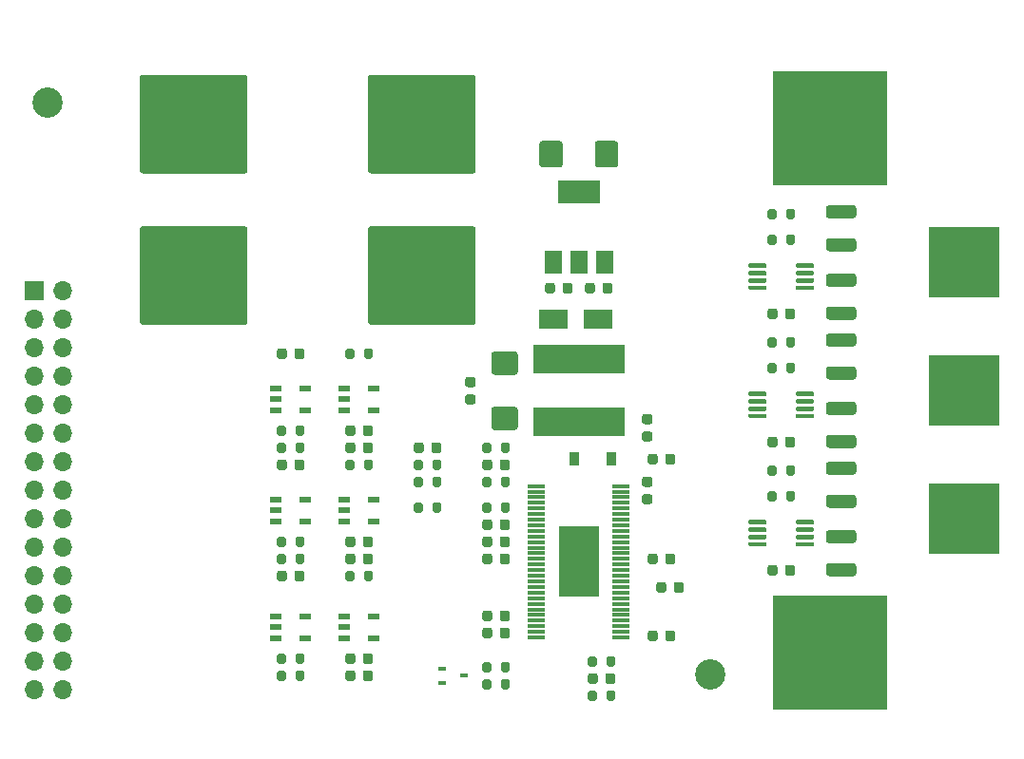
<source format=gts>
%TF.GenerationSoftware,KiCad,Pcbnew,(5.1.7-0-10_14)*%
%TF.CreationDate,2021-01-04T14:16:26+09:00*%
%TF.ProjectId,rotomdriver,726f746f-6d64-4726-9976-65722e6b6963,rev?*%
%TF.SameCoordinates,Original*%
%TF.FileFunction,Soldermask,Top*%
%TF.FilePolarity,Negative*%
%FSLAX46Y46*%
G04 Gerber Fmt 4.6, Leading zero omitted, Abs format (unit mm)*
G04 Created by KiCad (PCBNEW (5.1.7-0-10_14)) date 2021-01-04 14:16:26*
%MOMM*%
%LPD*%
G01*
G04 APERTURE LIST*
%ADD10C,2.700000*%
%ADD11C,1.143000*%
%ADD12R,10.160000X10.160000*%
%ADD13R,0.900000X1.200000*%
%ADD14R,2.500000X1.800000*%
%ADD15R,8.200000X2.600000*%
%ADD16R,6.350000X6.350000*%
%ADD17R,0.700000X0.450000*%
%ADD18R,1.104900X0.508000*%
%ADD19R,1.550000X0.300000*%
%ADD20R,3.610000X6.350000*%
%ADD21R,3.800000X2.000000*%
%ADD22R,1.500000X2.000000*%
%ADD23R,1.700000X1.700000*%
%ADD24O,1.700000X1.700000*%
G04 APERTURE END LIST*
D10*
%TO.C,REF\u002A\u002A*%
X62000000Y-54000000D03*
%TD*%
%TO.C,REF\u002A\u002A*%
X3000000Y-3000000D03*
%TD*%
%TO.C,U3*%
G36*
G01*
X67026000Y-42277000D02*
X67026000Y-42477000D01*
G75*
G02*
X66926000Y-42577000I-100000J0D01*
G01*
X65501000Y-42577000D01*
G75*
G02*
X65401000Y-42477000I0J100000D01*
G01*
X65401000Y-42277000D01*
G75*
G02*
X65501000Y-42177000I100000J0D01*
G01*
X66926000Y-42177000D01*
G75*
G02*
X67026000Y-42277000I0J-100000D01*
G01*
G37*
G36*
G01*
X67026000Y-41627000D02*
X67026000Y-41827000D01*
G75*
G02*
X66926000Y-41927000I-100000J0D01*
G01*
X65501000Y-41927000D01*
G75*
G02*
X65401000Y-41827000I0J100000D01*
G01*
X65401000Y-41627000D01*
G75*
G02*
X65501000Y-41527000I100000J0D01*
G01*
X66926000Y-41527000D01*
G75*
G02*
X67026000Y-41627000I0J-100000D01*
G01*
G37*
G36*
G01*
X67026000Y-40977000D02*
X67026000Y-41177000D01*
G75*
G02*
X66926000Y-41277000I-100000J0D01*
G01*
X65501000Y-41277000D01*
G75*
G02*
X65401000Y-41177000I0J100000D01*
G01*
X65401000Y-40977000D01*
G75*
G02*
X65501000Y-40877000I100000J0D01*
G01*
X66926000Y-40877000D01*
G75*
G02*
X67026000Y-40977000I0J-100000D01*
G01*
G37*
G36*
G01*
X67026000Y-40327000D02*
X67026000Y-40527000D01*
G75*
G02*
X66926000Y-40627000I-100000J0D01*
G01*
X65501000Y-40627000D01*
G75*
G02*
X65401000Y-40527000I0J100000D01*
G01*
X65401000Y-40327000D01*
G75*
G02*
X65501000Y-40227000I100000J0D01*
G01*
X66926000Y-40227000D01*
G75*
G02*
X67026000Y-40327000I0J-100000D01*
G01*
G37*
G36*
G01*
X71251000Y-40327000D02*
X71251000Y-40527000D01*
G75*
G02*
X71151000Y-40627000I-100000J0D01*
G01*
X69726000Y-40627000D01*
G75*
G02*
X69626000Y-40527000I0J100000D01*
G01*
X69626000Y-40327000D01*
G75*
G02*
X69726000Y-40227000I100000J0D01*
G01*
X71151000Y-40227000D01*
G75*
G02*
X71251000Y-40327000I0J-100000D01*
G01*
G37*
G36*
G01*
X71251000Y-40977000D02*
X71251000Y-41177000D01*
G75*
G02*
X71151000Y-41277000I-100000J0D01*
G01*
X69726000Y-41277000D01*
G75*
G02*
X69626000Y-41177000I0J100000D01*
G01*
X69626000Y-40977000D01*
G75*
G02*
X69726000Y-40877000I100000J0D01*
G01*
X71151000Y-40877000D01*
G75*
G02*
X71251000Y-40977000I0J-100000D01*
G01*
G37*
G36*
G01*
X71251000Y-41627000D02*
X71251000Y-41827000D01*
G75*
G02*
X71151000Y-41927000I-100000J0D01*
G01*
X69726000Y-41927000D01*
G75*
G02*
X69626000Y-41827000I0J100000D01*
G01*
X69626000Y-41627000D01*
G75*
G02*
X69726000Y-41527000I100000J0D01*
G01*
X71151000Y-41527000D01*
G75*
G02*
X71251000Y-41627000I0J-100000D01*
G01*
G37*
G36*
G01*
X71251000Y-42277000D02*
X71251000Y-42477000D01*
G75*
G02*
X71151000Y-42577000I-100000J0D01*
G01*
X69726000Y-42577000D01*
G75*
G02*
X69626000Y-42477000I0J100000D01*
G01*
X69626000Y-42277000D01*
G75*
G02*
X69726000Y-42177000I100000J0D01*
G01*
X71151000Y-42177000D01*
G75*
G02*
X71251000Y-42277000I0J-100000D01*
G01*
G37*
%TD*%
%TO.C,R9*%
G36*
G01*
X67901000Y-37825000D02*
X67901000Y-38375000D01*
G75*
G02*
X67701000Y-38575000I-200000J0D01*
G01*
X67301000Y-38575000D01*
G75*
G02*
X67101000Y-38375000I0J200000D01*
G01*
X67101000Y-37825000D01*
G75*
G02*
X67301000Y-37625000I200000J0D01*
G01*
X67701000Y-37625000D01*
G75*
G02*
X67901000Y-37825000I0J-200000D01*
G01*
G37*
G36*
G01*
X69551000Y-37825000D02*
X69551000Y-38375000D01*
G75*
G02*
X69351000Y-38575000I-200000J0D01*
G01*
X68951000Y-38575000D01*
G75*
G02*
X68751000Y-38375000I0J200000D01*
G01*
X68751000Y-37825000D01*
G75*
G02*
X68951000Y-37625000I200000J0D01*
G01*
X69351000Y-37625000D01*
G75*
G02*
X69551000Y-37825000I0J-200000D01*
G01*
G37*
%TD*%
%TO.C,R3*%
G36*
G01*
X67901000Y-35539000D02*
X67901000Y-36089000D01*
G75*
G02*
X67701000Y-36289000I-200000J0D01*
G01*
X67301000Y-36289000D01*
G75*
G02*
X67101000Y-36089000I0J200000D01*
G01*
X67101000Y-35539000D01*
G75*
G02*
X67301000Y-35339000I200000J0D01*
G01*
X67701000Y-35339000D01*
G75*
G02*
X67901000Y-35539000I0J-200000D01*
G01*
G37*
G36*
G01*
X69551000Y-35539000D02*
X69551000Y-36089000D01*
G75*
G02*
X69351000Y-36289000I-200000J0D01*
G01*
X68951000Y-36289000D01*
G75*
G02*
X68751000Y-36089000I0J200000D01*
G01*
X68751000Y-35539000D01*
G75*
G02*
X68951000Y-35339000I200000J0D01*
G01*
X69351000Y-35339000D01*
G75*
G02*
X69551000Y-35539000I0J-200000D01*
G01*
G37*
%TD*%
D11*
%TO.C,P5*%
X76454000Y-55880000D03*
X74549000Y-55880000D03*
X72644000Y-55880000D03*
X70739000Y-55880000D03*
X68834000Y-55880000D03*
X76454000Y-53975000D03*
X74549000Y-53975000D03*
X72644000Y-53975000D03*
X70739000Y-53975000D03*
X68834000Y-53975000D03*
X76454000Y-52070000D03*
X74549000Y-52070000D03*
X72644000Y-52070000D03*
X70739000Y-52070000D03*
X68834000Y-52070000D03*
X76454000Y-50165000D03*
X74549000Y-50165000D03*
X72644000Y-50165000D03*
X70739000Y-50165000D03*
X68834000Y-50165000D03*
X76454000Y-48260000D03*
X74549000Y-48260000D03*
X72644000Y-48260000D03*
X70739000Y-48260000D03*
X68834000Y-48260000D03*
D12*
X72644000Y-52070000D03*
%TD*%
%TO.C,C6*%
G36*
G01*
X74760001Y-42280000D02*
X72559999Y-42280000D01*
G75*
G02*
X72310000Y-42030001I0J249999D01*
G01*
X72310000Y-41379999D01*
G75*
G02*
X72559999Y-41130000I249999J0D01*
G01*
X74760001Y-41130000D01*
G75*
G02*
X75010000Y-41379999I0J-249999D01*
G01*
X75010000Y-42030001D01*
G75*
G02*
X74760001Y-42280000I-249999J0D01*
G01*
G37*
G36*
G01*
X74760001Y-45230000D02*
X72559999Y-45230000D01*
G75*
G02*
X72310000Y-44980001I0J249999D01*
G01*
X72310000Y-44329999D01*
G75*
G02*
X72559999Y-44080000I249999J0D01*
G01*
X74760001Y-44080000D01*
G75*
G02*
X75010000Y-44329999I0J-249999D01*
G01*
X75010000Y-44980001D01*
G75*
G02*
X74760001Y-45230000I-249999J0D01*
G01*
G37*
%TD*%
%TO.C,C5*%
G36*
G01*
X72559999Y-37984000D02*
X74760001Y-37984000D01*
G75*
G02*
X75010000Y-38233999I0J-249999D01*
G01*
X75010000Y-38884001D01*
G75*
G02*
X74760001Y-39134000I-249999J0D01*
G01*
X72559999Y-39134000D01*
G75*
G02*
X72310000Y-38884001I0J249999D01*
G01*
X72310000Y-38233999D01*
G75*
G02*
X72559999Y-37984000I249999J0D01*
G01*
G37*
G36*
G01*
X72559999Y-35034000D02*
X74760001Y-35034000D01*
G75*
G02*
X75010000Y-35283999I0J-249999D01*
G01*
X75010000Y-35934001D01*
G75*
G02*
X74760001Y-36184000I-249999J0D01*
G01*
X72559999Y-36184000D01*
G75*
G02*
X72310000Y-35934001I0J249999D01*
G01*
X72310000Y-35283999D01*
G75*
G02*
X72559999Y-35034000I249999J0D01*
G01*
G37*
%TD*%
D11*
%TO.C,P1*%
X76454000Y-9144000D03*
X74549000Y-9144000D03*
X72644000Y-9144000D03*
X70739000Y-9144000D03*
X68834000Y-9144000D03*
X76454000Y-7239000D03*
X74549000Y-7239000D03*
X72644000Y-7239000D03*
X70739000Y-7239000D03*
X68834000Y-7239000D03*
X76454000Y-5334000D03*
X74549000Y-5334000D03*
X72644000Y-5334000D03*
X70739000Y-5334000D03*
X68834000Y-5334000D03*
X76454000Y-3429000D03*
X74549000Y-3429000D03*
X72644000Y-3429000D03*
X70739000Y-3429000D03*
X68834000Y-3429000D03*
X76454000Y-1524000D03*
X74549000Y-1524000D03*
X72644000Y-1524000D03*
X70739000Y-1524000D03*
X68834000Y-1524000D03*
D12*
X72644000Y-5334000D03*
%TD*%
%TO.C,C1*%
G36*
G01*
X72559999Y-12174000D02*
X74760001Y-12174000D01*
G75*
G02*
X75010000Y-12423999I0J-249999D01*
G01*
X75010000Y-13074001D01*
G75*
G02*
X74760001Y-13324000I-249999J0D01*
G01*
X72559999Y-13324000D01*
G75*
G02*
X72310000Y-13074001I0J249999D01*
G01*
X72310000Y-12423999D01*
G75*
G02*
X72559999Y-12174000I249999J0D01*
G01*
G37*
G36*
G01*
X72559999Y-15124000D02*
X74760001Y-15124000D01*
G75*
G02*
X75010000Y-15373999I0J-249999D01*
G01*
X75010000Y-16024001D01*
G75*
G02*
X74760001Y-16274000I-249999J0D01*
G01*
X72559999Y-16274000D01*
G75*
G02*
X72310000Y-16024001I0J249999D01*
G01*
X72310000Y-15373999D01*
G75*
G02*
X72559999Y-15124000I249999J0D01*
G01*
G37*
%TD*%
%TO.C,C2*%
G36*
G01*
X74760001Y-19420000D02*
X72559999Y-19420000D01*
G75*
G02*
X72310000Y-19170001I0J249999D01*
G01*
X72310000Y-18519999D01*
G75*
G02*
X72559999Y-18270000I249999J0D01*
G01*
X74760001Y-18270000D01*
G75*
G02*
X75010000Y-18519999I0J-249999D01*
G01*
X75010000Y-19170001D01*
G75*
G02*
X74760001Y-19420000I-249999J0D01*
G01*
G37*
G36*
G01*
X74760001Y-22370000D02*
X72559999Y-22370000D01*
G75*
G02*
X72310000Y-22120001I0J249999D01*
G01*
X72310000Y-21469999D01*
G75*
G02*
X72559999Y-21220000I249999J0D01*
G01*
X74760001Y-21220000D01*
G75*
G02*
X75010000Y-21469999I0J-249999D01*
G01*
X75010000Y-22120001D01*
G75*
G02*
X74760001Y-22370000I-249999J0D01*
G01*
G37*
%TD*%
%TO.C,C3*%
G36*
G01*
X72559999Y-23604000D02*
X74760001Y-23604000D01*
G75*
G02*
X75010000Y-23853999I0J-249999D01*
G01*
X75010000Y-24504001D01*
G75*
G02*
X74760001Y-24754000I-249999J0D01*
G01*
X72559999Y-24754000D01*
G75*
G02*
X72310000Y-24504001I0J249999D01*
G01*
X72310000Y-23853999D01*
G75*
G02*
X72559999Y-23604000I249999J0D01*
G01*
G37*
G36*
G01*
X72559999Y-26554000D02*
X74760001Y-26554000D01*
G75*
G02*
X75010000Y-26803999I0J-249999D01*
G01*
X75010000Y-27454001D01*
G75*
G02*
X74760001Y-27704000I-249999J0D01*
G01*
X72559999Y-27704000D01*
G75*
G02*
X72310000Y-27454001I0J249999D01*
G01*
X72310000Y-26803999D01*
G75*
G02*
X72559999Y-26554000I249999J0D01*
G01*
G37*
%TD*%
%TO.C,C4*%
G36*
G01*
X74760001Y-30850000D02*
X72559999Y-30850000D01*
G75*
G02*
X72310000Y-30600001I0J249999D01*
G01*
X72310000Y-29949999D01*
G75*
G02*
X72559999Y-29700000I249999J0D01*
G01*
X74760001Y-29700000D01*
G75*
G02*
X75010000Y-29949999I0J-249999D01*
G01*
X75010000Y-30600001D01*
G75*
G02*
X74760001Y-30850000I-249999J0D01*
G01*
G37*
G36*
G01*
X74760001Y-33800000D02*
X72559999Y-33800000D01*
G75*
G02*
X72310000Y-33550001I0J249999D01*
G01*
X72310000Y-32899999D01*
G75*
G02*
X72559999Y-32650000I249999J0D01*
G01*
X74760001Y-32650000D01*
G75*
G02*
X75010000Y-32899999I0J-249999D01*
G01*
X75010000Y-33550001D01*
G75*
G02*
X74760001Y-33800000I-249999J0D01*
G01*
G37*
%TD*%
%TO.C,C7*%
G36*
G01*
X67101000Y-22094000D02*
X67101000Y-21594000D01*
G75*
G02*
X67326000Y-21369000I225000J0D01*
G01*
X67776000Y-21369000D01*
G75*
G02*
X68001000Y-21594000I0J-225000D01*
G01*
X68001000Y-22094000D01*
G75*
G02*
X67776000Y-22319000I-225000J0D01*
G01*
X67326000Y-22319000D01*
G75*
G02*
X67101000Y-22094000I0J225000D01*
G01*
G37*
G36*
G01*
X68651000Y-22094000D02*
X68651000Y-21594000D01*
G75*
G02*
X68876000Y-21369000I225000J0D01*
G01*
X69326000Y-21369000D01*
G75*
G02*
X69551000Y-21594000I0J-225000D01*
G01*
X69551000Y-22094000D01*
G75*
G02*
X69326000Y-22319000I-225000J0D01*
G01*
X68876000Y-22319000D01*
G75*
G02*
X68651000Y-22094000I0J225000D01*
G01*
G37*
%TD*%
%TO.C,C8*%
G36*
G01*
X68651000Y-33524000D02*
X68651000Y-33024000D01*
G75*
G02*
X68876000Y-32799000I225000J0D01*
G01*
X69326000Y-32799000D01*
G75*
G02*
X69551000Y-33024000I0J-225000D01*
G01*
X69551000Y-33524000D01*
G75*
G02*
X69326000Y-33749000I-225000J0D01*
G01*
X68876000Y-33749000D01*
G75*
G02*
X68651000Y-33524000I0J225000D01*
G01*
G37*
G36*
G01*
X67101000Y-33524000D02*
X67101000Y-33024000D01*
G75*
G02*
X67326000Y-32799000I225000J0D01*
G01*
X67776000Y-32799000D01*
G75*
G02*
X68001000Y-33024000I0J-225000D01*
G01*
X68001000Y-33524000D01*
G75*
G02*
X67776000Y-33749000I-225000J0D01*
G01*
X67326000Y-33749000D01*
G75*
G02*
X67101000Y-33524000I0J225000D01*
G01*
G37*
%TD*%
%TO.C,C9*%
G36*
G01*
X68651000Y-44954000D02*
X68651000Y-44454000D01*
G75*
G02*
X68876000Y-44229000I225000J0D01*
G01*
X69326000Y-44229000D01*
G75*
G02*
X69551000Y-44454000I0J-225000D01*
G01*
X69551000Y-44954000D01*
G75*
G02*
X69326000Y-45179000I-225000J0D01*
G01*
X68876000Y-45179000D01*
G75*
G02*
X68651000Y-44954000I0J225000D01*
G01*
G37*
G36*
G01*
X67101000Y-44954000D02*
X67101000Y-44454000D01*
G75*
G02*
X67326000Y-44229000I225000J0D01*
G01*
X67776000Y-44229000D01*
G75*
G02*
X68001000Y-44454000I0J-225000D01*
G01*
X68001000Y-44954000D01*
G75*
G02*
X67776000Y-45179000I-225000J0D01*
G01*
X67326000Y-45179000D01*
G75*
G02*
X67101000Y-44954000I0J225000D01*
G01*
G37*
%TD*%
%TO.C,C10*%
G36*
G01*
X31059000Y-32508000D02*
X31059000Y-32008000D01*
G75*
G02*
X31284000Y-31783000I225000J0D01*
G01*
X31734000Y-31783000D01*
G75*
G02*
X31959000Y-32008000I0J-225000D01*
G01*
X31959000Y-32508000D01*
G75*
G02*
X31734000Y-32733000I-225000J0D01*
G01*
X31284000Y-32733000D01*
G75*
G02*
X31059000Y-32508000I0J225000D01*
G01*
G37*
G36*
G01*
X29509000Y-32508000D02*
X29509000Y-32008000D01*
G75*
G02*
X29734000Y-31783000I225000J0D01*
G01*
X30184000Y-31783000D01*
G75*
G02*
X30409000Y-32008000I0J-225000D01*
G01*
X30409000Y-32508000D01*
G75*
G02*
X30184000Y-32733000I-225000J0D01*
G01*
X29734000Y-32733000D01*
G75*
G02*
X29509000Y-32508000I0J225000D01*
G01*
G37*
%TD*%
%TO.C,C11*%
G36*
G01*
X29509000Y-42414000D02*
X29509000Y-41914000D01*
G75*
G02*
X29734000Y-41689000I225000J0D01*
G01*
X30184000Y-41689000D01*
G75*
G02*
X30409000Y-41914000I0J-225000D01*
G01*
X30409000Y-42414000D01*
G75*
G02*
X30184000Y-42639000I-225000J0D01*
G01*
X29734000Y-42639000D01*
G75*
G02*
X29509000Y-42414000I0J225000D01*
G01*
G37*
G36*
G01*
X31059000Y-42414000D02*
X31059000Y-41914000D01*
G75*
G02*
X31284000Y-41689000I225000J0D01*
G01*
X31734000Y-41689000D01*
G75*
G02*
X31959000Y-41914000I0J-225000D01*
G01*
X31959000Y-42414000D01*
G75*
G02*
X31734000Y-42639000I-225000J0D01*
G01*
X31284000Y-42639000D01*
G75*
G02*
X31059000Y-42414000I0J225000D01*
G01*
G37*
%TD*%
%TO.C,C12*%
G36*
G01*
X29509000Y-52828000D02*
X29509000Y-52328000D01*
G75*
G02*
X29734000Y-52103000I225000J0D01*
G01*
X30184000Y-52103000D01*
G75*
G02*
X30409000Y-52328000I0J-225000D01*
G01*
X30409000Y-52828000D01*
G75*
G02*
X30184000Y-53053000I-225000J0D01*
G01*
X29734000Y-53053000D01*
G75*
G02*
X29509000Y-52828000I0J225000D01*
G01*
G37*
G36*
G01*
X31059000Y-52828000D02*
X31059000Y-52328000D01*
G75*
G02*
X31284000Y-52103000I225000J0D01*
G01*
X31734000Y-52103000D01*
G75*
G02*
X31959000Y-52328000I0J-225000D01*
G01*
X31959000Y-52828000D01*
G75*
G02*
X31734000Y-53053000I-225000J0D01*
G01*
X31284000Y-53053000D01*
G75*
G02*
X31059000Y-52828000I0J225000D01*
G01*
G37*
%TD*%
%TO.C,C13*%
G36*
G01*
X29509000Y-34032000D02*
X29509000Y-33532000D01*
G75*
G02*
X29734000Y-33307000I225000J0D01*
G01*
X30184000Y-33307000D01*
G75*
G02*
X30409000Y-33532000I0J-225000D01*
G01*
X30409000Y-34032000D01*
G75*
G02*
X30184000Y-34257000I-225000J0D01*
G01*
X29734000Y-34257000D01*
G75*
G02*
X29509000Y-34032000I0J225000D01*
G01*
G37*
G36*
G01*
X31059000Y-34032000D02*
X31059000Y-33532000D01*
G75*
G02*
X31284000Y-33307000I225000J0D01*
G01*
X31734000Y-33307000D01*
G75*
G02*
X31959000Y-33532000I0J-225000D01*
G01*
X31959000Y-34032000D01*
G75*
G02*
X31734000Y-34257000I-225000J0D01*
G01*
X31284000Y-34257000D01*
G75*
G02*
X31059000Y-34032000I0J225000D01*
G01*
G37*
%TD*%
%TO.C,C14*%
G36*
G01*
X31059000Y-43938000D02*
X31059000Y-43438000D01*
G75*
G02*
X31284000Y-43213000I225000J0D01*
G01*
X31734000Y-43213000D01*
G75*
G02*
X31959000Y-43438000I0J-225000D01*
G01*
X31959000Y-43938000D01*
G75*
G02*
X31734000Y-44163000I-225000J0D01*
G01*
X31284000Y-44163000D01*
G75*
G02*
X31059000Y-43938000I0J225000D01*
G01*
G37*
G36*
G01*
X29509000Y-43938000D02*
X29509000Y-43438000D01*
G75*
G02*
X29734000Y-43213000I225000J0D01*
G01*
X30184000Y-43213000D01*
G75*
G02*
X30409000Y-43438000I0J-225000D01*
G01*
X30409000Y-43938000D01*
G75*
G02*
X30184000Y-44163000I-225000J0D01*
G01*
X29734000Y-44163000D01*
G75*
G02*
X29509000Y-43938000I0J225000D01*
G01*
G37*
%TD*%
%TO.C,C15*%
G36*
G01*
X31059000Y-54352000D02*
X31059000Y-53852000D01*
G75*
G02*
X31284000Y-53627000I225000J0D01*
G01*
X31734000Y-53627000D01*
G75*
G02*
X31959000Y-53852000I0J-225000D01*
G01*
X31959000Y-54352000D01*
G75*
G02*
X31734000Y-54577000I-225000J0D01*
G01*
X31284000Y-54577000D01*
G75*
G02*
X31059000Y-54352000I0J225000D01*
G01*
G37*
G36*
G01*
X29509000Y-54352000D02*
X29509000Y-53852000D01*
G75*
G02*
X29734000Y-53627000I225000J0D01*
G01*
X30184000Y-53627000D01*
G75*
G02*
X30409000Y-53852000I0J-225000D01*
G01*
X30409000Y-54352000D01*
G75*
G02*
X30184000Y-54577000I-225000J0D01*
G01*
X29734000Y-54577000D01*
G75*
G02*
X29509000Y-54352000I0J225000D01*
G01*
G37*
%TD*%
%TO.C,C16*%
G36*
G01*
X31771999Y-14034000D02*
X40872001Y-14034000D01*
G75*
G02*
X41122000Y-14283999I0J-249999D01*
G01*
X41122000Y-22584001D01*
G75*
G02*
X40872001Y-22834000I-249999J0D01*
G01*
X31771999Y-22834000D01*
G75*
G02*
X31522000Y-22584001I0J249999D01*
G01*
X31522000Y-14283999D01*
G75*
G02*
X31771999Y-14034000I249999J0D01*
G01*
G37*
G36*
G01*
X31771999Y-534000D02*
X40872001Y-534000D01*
G75*
G02*
X41122000Y-783999I0J-249999D01*
G01*
X41122000Y-9084001D01*
G75*
G02*
X40872001Y-9334000I-249999J0D01*
G01*
X31771999Y-9334000D01*
G75*
G02*
X31522000Y-9084001I0J249999D01*
G01*
X31522000Y-783999D01*
G75*
G02*
X31771999Y-534000I249999J0D01*
G01*
G37*
%TD*%
%TO.C,C17*%
G36*
G01*
X11451999Y-534000D02*
X20552001Y-534000D01*
G75*
G02*
X20802000Y-783999I0J-249999D01*
G01*
X20802000Y-9084001D01*
G75*
G02*
X20552001Y-9334000I-249999J0D01*
G01*
X11451999Y-9334000D01*
G75*
G02*
X11202000Y-9084001I0J249999D01*
G01*
X11202000Y-783999D01*
G75*
G02*
X11451999Y-534000I249999J0D01*
G01*
G37*
G36*
G01*
X11451999Y-14034000D02*
X20552001Y-14034000D01*
G75*
G02*
X20802000Y-14283999I0J-249999D01*
G01*
X20802000Y-22584001D01*
G75*
G02*
X20552001Y-22834000I-249999J0D01*
G01*
X11451999Y-22834000D01*
G75*
G02*
X11202000Y-22584001I0J249999D01*
G01*
X11202000Y-14283999D01*
G75*
G02*
X11451999Y-14034000I249999J0D01*
G01*
G37*
%TD*%
%TO.C,C18*%
G36*
G01*
X53549000Y-54106000D02*
X53549000Y-54606000D01*
G75*
G02*
X53324000Y-54831000I-225000J0D01*
G01*
X52874000Y-54831000D01*
G75*
G02*
X52649000Y-54606000I0J225000D01*
G01*
X52649000Y-54106000D01*
G75*
G02*
X52874000Y-53881000I225000J0D01*
G01*
X53324000Y-53881000D01*
G75*
G02*
X53549000Y-54106000I0J-225000D01*
G01*
G37*
G36*
G01*
X51999000Y-54106000D02*
X51999000Y-54606000D01*
G75*
G02*
X51774000Y-54831000I-225000J0D01*
G01*
X51324000Y-54831000D01*
G75*
G02*
X51099000Y-54606000I0J225000D01*
G01*
X51099000Y-54106000D01*
G75*
G02*
X51324000Y-53881000I225000J0D01*
G01*
X51774000Y-53881000D01*
G75*
G02*
X51999000Y-54106000I0J-225000D01*
G01*
G37*
%TD*%
%TO.C,C19*%
G36*
G01*
X35605000Y-34032000D02*
X35605000Y-33532000D01*
G75*
G02*
X35830000Y-33307000I225000J0D01*
G01*
X36280000Y-33307000D01*
G75*
G02*
X36505000Y-33532000I0J-225000D01*
G01*
X36505000Y-34032000D01*
G75*
G02*
X36280000Y-34257000I-225000J0D01*
G01*
X35830000Y-34257000D01*
G75*
G02*
X35605000Y-34032000I0J225000D01*
G01*
G37*
G36*
G01*
X37155000Y-34032000D02*
X37155000Y-33532000D01*
G75*
G02*
X37380000Y-33307000I225000J0D01*
G01*
X37830000Y-33307000D01*
G75*
G02*
X38055000Y-33532000I0J-225000D01*
G01*
X38055000Y-34032000D01*
G75*
G02*
X37830000Y-34257000I-225000J0D01*
G01*
X37380000Y-34257000D01*
G75*
G02*
X37155000Y-34032000I0J225000D01*
G01*
G37*
%TD*%
%TO.C,C20*%
G36*
G01*
X56638000Y-33229000D02*
X56138000Y-33229000D01*
G75*
G02*
X55913000Y-33004000I0J225000D01*
G01*
X55913000Y-32554000D01*
G75*
G02*
X56138000Y-32329000I225000J0D01*
G01*
X56638000Y-32329000D01*
G75*
G02*
X56863000Y-32554000I0J-225000D01*
G01*
X56863000Y-33004000D01*
G75*
G02*
X56638000Y-33229000I-225000J0D01*
G01*
G37*
G36*
G01*
X56638000Y-31679000D02*
X56138000Y-31679000D01*
G75*
G02*
X55913000Y-31454000I0J225000D01*
G01*
X55913000Y-31004000D01*
G75*
G02*
X56138000Y-30779000I225000J0D01*
G01*
X56638000Y-30779000D01*
G75*
G02*
X56863000Y-31004000I0J-225000D01*
G01*
X56863000Y-31454000D01*
G75*
G02*
X56638000Y-31679000I-225000J0D01*
G01*
G37*
%TD*%
%TO.C,C21*%
G36*
G01*
X43251000Y-35556000D02*
X43251000Y-35056000D01*
G75*
G02*
X43476000Y-34831000I225000J0D01*
G01*
X43926000Y-34831000D01*
G75*
G02*
X44151000Y-35056000I0J-225000D01*
G01*
X44151000Y-35556000D01*
G75*
G02*
X43926000Y-35781000I-225000J0D01*
G01*
X43476000Y-35781000D01*
G75*
G02*
X43251000Y-35556000I0J225000D01*
G01*
G37*
G36*
G01*
X41701000Y-35556000D02*
X41701000Y-35056000D01*
G75*
G02*
X41926000Y-34831000I225000J0D01*
G01*
X42376000Y-34831000D01*
G75*
G02*
X42601000Y-35056000I0J-225000D01*
G01*
X42601000Y-35556000D01*
G75*
G02*
X42376000Y-35781000I-225000J0D01*
G01*
X41926000Y-35781000D01*
G75*
G02*
X41701000Y-35556000I0J225000D01*
G01*
G37*
%TD*%
%TO.C,C22*%
G36*
G01*
X56638000Y-37267000D02*
X56138000Y-37267000D01*
G75*
G02*
X55913000Y-37042000I0J225000D01*
G01*
X55913000Y-36592000D01*
G75*
G02*
X56138000Y-36367000I225000J0D01*
G01*
X56638000Y-36367000D01*
G75*
G02*
X56863000Y-36592000I0J-225000D01*
G01*
X56863000Y-37042000D01*
G75*
G02*
X56638000Y-37267000I-225000J0D01*
G01*
G37*
G36*
G01*
X56638000Y-38817000D02*
X56138000Y-38817000D01*
G75*
G02*
X55913000Y-38592000I0J225000D01*
G01*
X55913000Y-38142000D01*
G75*
G02*
X56138000Y-37917000I225000J0D01*
G01*
X56638000Y-37917000D01*
G75*
G02*
X56863000Y-38142000I0J-225000D01*
G01*
X56863000Y-38592000D01*
G75*
G02*
X56638000Y-38817000I-225000J0D01*
G01*
G37*
%TD*%
%TO.C,C23*%
G36*
G01*
X40390000Y-29027000D02*
X40890000Y-29027000D01*
G75*
G02*
X41115000Y-29252000I0J-225000D01*
G01*
X41115000Y-29702000D01*
G75*
G02*
X40890000Y-29927000I-225000J0D01*
G01*
X40390000Y-29927000D01*
G75*
G02*
X40165000Y-29702000I0J225000D01*
G01*
X40165000Y-29252000D01*
G75*
G02*
X40390000Y-29027000I225000J0D01*
G01*
G37*
G36*
G01*
X40390000Y-27477000D02*
X40890000Y-27477000D01*
G75*
G02*
X41115000Y-27702000I0J-225000D01*
G01*
X41115000Y-28152000D01*
G75*
G02*
X40890000Y-28377000I-225000J0D01*
G01*
X40390000Y-28377000D01*
G75*
G02*
X40165000Y-28152000I0J225000D01*
G01*
X40165000Y-27702000D01*
G75*
G02*
X40390000Y-27477000I225000J0D01*
G01*
G37*
%TD*%
%TO.C,C24*%
G36*
G01*
X42763000Y-30127000D02*
X44613000Y-30127000D01*
G75*
G02*
X44863000Y-30377000I0J-250000D01*
G01*
X44863000Y-31952000D01*
G75*
G02*
X44613000Y-32202000I-250000J0D01*
G01*
X42763000Y-32202000D01*
G75*
G02*
X42513000Y-31952000I0J250000D01*
G01*
X42513000Y-30377000D01*
G75*
G02*
X42763000Y-30127000I250000J0D01*
G01*
G37*
G36*
G01*
X42763000Y-25202000D02*
X44613000Y-25202000D01*
G75*
G02*
X44863000Y-25452000I0J-250000D01*
G01*
X44863000Y-27027000D01*
G75*
G02*
X44613000Y-27277000I-250000J0D01*
G01*
X42763000Y-27277000D01*
G75*
G02*
X42513000Y-27027000I0J250000D01*
G01*
X42513000Y-25452000D01*
G75*
G02*
X42763000Y-25202000I250000J0D01*
G01*
G37*
%TD*%
%TO.C,C25*%
G36*
G01*
X56433000Y-35048000D02*
X56433000Y-34548000D01*
G75*
G02*
X56658000Y-34323000I225000J0D01*
G01*
X57108000Y-34323000D01*
G75*
G02*
X57333000Y-34548000I0J-225000D01*
G01*
X57333000Y-35048000D01*
G75*
G02*
X57108000Y-35273000I-225000J0D01*
G01*
X56658000Y-35273000D01*
G75*
G02*
X56433000Y-35048000I0J225000D01*
G01*
G37*
G36*
G01*
X57983000Y-35048000D02*
X57983000Y-34548000D01*
G75*
G02*
X58208000Y-34323000I225000J0D01*
G01*
X58658000Y-34323000D01*
G75*
G02*
X58883000Y-34548000I0J-225000D01*
G01*
X58883000Y-35048000D01*
G75*
G02*
X58658000Y-35273000I-225000J0D01*
G01*
X58208000Y-35273000D01*
G75*
G02*
X57983000Y-35048000I0J225000D01*
G01*
G37*
%TD*%
%TO.C,C26*%
G36*
G01*
X44151000Y-43438000D02*
X44151000Y-43938000D01*
G75*
G02*
X43926000Y-44163000I-225000J0D01*
G01*
X43476000Y-44163000D01*
G75*
G02*
X43251000Y-43938000I0J225000D01*
G01*
X43251000Y-43438000D01*
G75*
G02*
X43476000Y-43213000I225000J0D01*
G01*
X43926000Y-43213000D01*
G75*
G02*
X44151000Y-43438000I0J-225000D01*
G01*
G37*
G36*
G01*
X42601000Y-43438000D02*
X42601000Y-43938000D01*
G75*
G02*
X42376000Y-44163000I-225000J0D01*
G01*
X41926000Y-44163000D01*
G75*
G02*
X41701000Y-43938000I0J225000D01*
G01*
X41701000Y-43438000D01*
G75*
G02*
X41926000Y-43213000I225000J0D01*
G01*
X42376000Y-43213000D01*
G75*
G02*
X42601000Y-43438000I0J-225000D01*
G01*
G37*
%TD*%
%TO.C,C27*%
G36*
G01*
X56433000Y-43938000D02*
X56433000Y-43438000D01*
G75*
G02*
X56658000Y-43213000I225000J0D01*
G01*
X57108000Y-43213000D01*
G75*
G02*
X57333000Y-43438000I0J-225000D01*
G01*
X57333000Y-43938000D01*
G75*
G02*
X57108000Y-44163000I-225000J0D01*
G01*
X56658000Y-44163000D01*
G75*
G02*
X56433000Y-43938000I0J225000D01*
G01*
G37*
G36*
G01*
X57983000Y-43938000D02*
X57983000Y-43438000D01*
G75*
G02*
X58208000Y-43213000I225000J0D01*
G01*
X58658000Y-43213000D01*
G75*
G02*
X58883000Y-43438000I0J-225000D01*
G01*
X58883000Y-43938000D01*
G75*
G02*
X58658000Y-44163000I-225000J0D01*
G01*
X58208000Y-44163000D01*
G75*
G02*
X57983000Y-43938000I0J225000D01*
G01*
G37*
%TD*%
%TO.C,C28*%
G36*
G01*
X44151000Y-41914000D02*
X44151000Y-42414000D01*
G75*
G02*
X43926000Y-42639000I-225000J0D01*
G01*
X43476000Y-42639000D01*
G75*
G02*
X43251000Y-42414000I0J225000D01*
G01*
X43251000Y-41914000D01*
G75*
G02*
X43476000Y-41689000I225000J0D01*
G01*
X43926000Y-41689000D01*
G75*
G02*
X44151000Y-41914000I0J-225000D01*
G01*
G37*
G36*
G01*
X42601000Y-41914000D02*
X42601000Y-42414000D01*
G75*
G02*
X42376000Y-42639000I-225000J0D01*
G01*
X41926000Y-42639000D01*
G75*
G02*
X41701000Y-42414000I0J225000D01*
G01*
X41701000Y-41914000D01*
G75*
G02*
X41926000Y-41689000I225000J0D01*
G01*
X42376000Y-41689000D01*
G75*
G02*
X42601000Y-41914000I0J-225000D01*
G01*
G37*
%TD*%
%TO.C,C29*%
G36*
G01*
X42601000Y-40390000D02*
X42601000Y-40890000D01*
G75*
G02*
X42376000Y-41115000I-225000J0D01*
G01*
X41926000Y-41115000D01*
G75*
G02*
X41701000Y-40890000I0J225000D01*
G01*
X41701000Y-40390000D01*
G75*
G02*
X41926000Y-40165000I225000J0D01*
G01*
X42376000Y-40165000D01*
G75*
G02*
X42601000Y-40390000I0J-225000D01*
G01*
G37*
G36*
G01*
X44151000Y-40390000D02*
X44151000Y-40890000D01*
G75*
G02*
X43926000Y-41115000I-225000J0D01*
G01*
X43476000Y-41115000D01*
G75*
G02*
X43251000Y-40890000I0J225000D01*
G01*
X43251000Y-40390000D01*
G75*
G02*
X43476000Y-40165000I225000J0D01*
G01*
X43926000Y-40165000D01*
G75*
G02*
X44151000Y-40390000I0J-225000D01*
G01*
G37*
%TD*%
%TO.C,C30*%
G36*
G01*
X58745000Y-46478000D02*
X58745000Y-45978000D01*
G75*
G02*
X58970000Y-45753000I225000J0D01*
G01*
X59420000Y-45753000D01*
G75*
G02*
X59645000Y-45978000I0J-225000D01*
G01*
X59645000Y-46478000D01*
G75*
G02*
X59420000Y-46703000I-225000J0D01*
G01*
X58970000Y-46703000D01*
G75*
G02*
X58745000Y-46478000I0J225000D01*
G01*
G37*
G36*
G01*
X57195000Y-46478000D02*
X57195000Y-45978000D01*
G75*
G02*
X57420000Y-45753000I225000J0D01*
G01*
X57870000Y-45753000D01*
G75*
G02*
X58095000Y-45978000I0J-225000D01*
G01*
X58095000Y-46478000D01*
G75*
G02*
X57870000Y-46703000I-225000J0D01*
G01*
X57420000Y-46703000D01*
G75*
G02*
X57195000Y-46478000I0J225000D01*
G01*
G37*
%TD*%
%TO.C,C31*%
G36*
G01*
X42601000Y-48518000D02*
X42601000Y-49018000D01*
G75*
G02*
X42376000Y-49243000I-225000J0D01*
G01*
X41926000Y-49243000D01*
G75*
G02*
X41701000Y-49018000I0J225000D01*
G01*
X41701000Y-48518000D01*
G75*
G02*
X41926000Y-48293000I225000J0D01*
G01*
X42376000Y-48293000D01*
G75*
G02*
X42601000Y-48518000I0J-225000D01*
G01*
G37*
G36*
G01*
X44151000Y-48518000D02*
X44151000Y-49018000D01*
G75*
G02*
X43926000Y-49243000I-225000J0D01*
G01*
X43476000Y-49243000D01*
G75*
G02*
X43251000Y-49018000I0J225000D01*
G01*
X43251000Y-48518000D01*
G75*
G02*
X43476000Y-48293000I225000J0D01*
G01*
X43926000Y-48293000D01*
G75*
G02*
X44151000Y-48518000I0J-225000D01*
G01*
G37*
%TD*%
%TO.C,C32*%
G36*
G01*
X44151000Y-50042000D02*
X44151000Y-50542000D01*
G75*
G02*
X43926000Y-50767000I-225000J0D01*
G01*
X43476000Y-50767000D01*
G75*
G02*
X43251000Y-50542000I0J225000D01*
G01*
X43251000Y-50042000D01*
G75*
G02*
X43476000Y-49817000I225000J0D01*
G01*
X43926000Y-49817000D01*
G75*
G02*
X44151000Y-50042000I0J-225000D01*
G01*
G37*
G36*
G01*
X42601000Y-50042000D02*
X42601000Y-50542000D01*
G75*
G02*
X42376000Y-50767000I-225000J0D01*
G01*
X41926000Y-50767000D01*
G75*
G02*
X41701000Y-50542000I0J225000D01*
G01*
X41701000Y-50042000D01*
G75*
G02*
X41926000Y-49817000I225000J0D01*
G01*
X42376000Y-49817000D01*
G75*
G02*
X42601000Y-50042000I0J-225000D01*
G01*
G37*
%TD*%
%TO.C,C33*%
G36*
G01*
X57983000Y-50796000D02*
X57983000Y-50296000D01*
G75*
G02*
X58208000Y-50071000I225000J0D01*
G01*
X58658000Y-50071000D01*
G75*
G02*
X58883000Y-50296000I0J-225000D01*
G01*
X58883000Y-50796000D01*
G75*
G02*
X58658000Y-51021000I-225000J0D01*
G01*
X58208000Y-51021000D01*
G75*
G02*
X57983000Y-50796000I0J225000D01*
G01*
G37*
G36*
G01*
X56433000Y-50796000D02*
X56433000Y-50296000D01*
G75*
G02*
X56658000Y-50071000I225000J0D01*
G01*
X57108000Y-50071000D01*
G75*
G02*
X57333000Y-50296000I0J-225000D01*
G01*
X57333000Y-50796000D01*
G75*
G02*
X57108000Y-51021000I-225000J0D01*
G01*
X56658000Y-51021000D01*
G75*
G02*
X56433000Y-50796000I0J225000D01*
G01*
G37*
%TD*%
%TO.C,C34*%
G36*
G01*
X50845000Y-19808000D02*
X50845000Y-19308000D01*
G75*
G02*
X51070000Y-19083000I225000J0D01*
G01*
X51520000Y-19083000D01*
G75*
G02*
X51745000Y-19308000I0J-225000D01*
G01*
X51745000Y-19808000D01*
G75*
G02*
X51520000Y-20033000I-225000J0D01*
G01*
X51070000Y-20033000D01*
G75*
G02*
X50845000Y-19808000I0J225000D01*
G01*
G37*
G36*
G01*
X52395000Y-19808000D02*
X52395000Y-19308000D01*
G75*
G02*
X52620000Y-19083000I225000J0D01*
G01*
X53070000Y-19083000D01*
G75*
G02*
X53295000Y-19308000I0J-225000D01*
G01*
X53295000Y-19808000D01*
G75*
G02*
X53070000Y-20033000I-225000J0D01*
G01*
X52620000Y-20033000D01*
G75*
G02*
X52395000Y-19808000I0J225000D01*
G01*
G37*
%TD*%
%TO.C,C35*%
G36*
G01*
X48189000Y-19308000D02*
X48189000Y-19808000D01*
G75*
G02*
X47964000Y-20033000I-225000J0D01*
G01*
X47514000Y-20033000D01*
G75*
G02*
X47289000Y-19808000I0J225000D01*
G01*
X47289000Y-19308000D01*
G75*
G02*
X47514000Y-19083000I225000J0D01*
G01*
X47964000Y-19083000D01*
G75*
G02*
X48189000Y-19308000I0J-225000D01*
G01*
G37*
G36*
G01*
X49739000Y-19308000D02*
X49739000Y-19808000D01*
G75*
G02*
X49514000Y-20033000I-225000J0D01*
G01*
X49064000Y-20033000D01*
G75*
G02*
X48839000Y-19808000I0J225000D01*
G01*
X48839000Y-19308000D01*
G75*
G02*
X49064000Y-19083000I225000J0D01*
G01*
X49514000Y-19083000D01*
G75*
G02*
X49739000Y-19308000I0J-225000D01*
G01*
G37*
%TD*%
%TO.C,C36*%
G36*
G01*
X46792000Y-8545000D02*
X46792000Y-6695000D01*
G75*
G02*
X47042000Y-6445000I250000J0D01*
G01*
X48617000Y-6445000D01*
G75*
G02*
X48867000Y-6695000I0J-250000D01*
G01*
X48867000Y-8545000D01*
G75*
G02*
X48617000Y-8795000I-250000J0D01*
G01*
X47042000Y-8795000D01*
G75*
G02*
X46792000Y-8545000I0J250000D01*
G01*
G37*
G36*
G01*
X51717000Y-8545000D02*
X51717000Y-6695000D01*
G75*
G02*
X51967000Y-6445000I250000J0D01*
G01*
X53542000Y-6445000D01*
G75*
G02*
X53792000Y-6695000I0J-250000D01*
G01*
X53792000Y-8545000D01*
G75*
G02*
X53542000Y-8795000I-250000J0D01*
G01*
X51967000Y-8795000D01*
G75*
G02*
X51717000Y-8545000I0J250000D01*
G01*
G37*
%TD*%
%TO.C,C37*%
G36*
G01*
X23413000Y-25650000D02*
X23413000Y-25150000D01*
G75*
G02*
X23638000Y-24925000I225000J0D01*
G01*
X24088000Y-24925000D01*
G75*
G02*
X24313000Y-25150000I0J-225000D01*
G01*
X24313000Y-25650000D01*
G75*
G02*
X24088000Y-25875000I-225000J0D01*
G01*
X23638000Y-25875000D01*
G75*
G02*
X23413000Y-25650000I0J225000D01*
G01*
G37*
G36*
G01*
X24963000Y-25650000D02*
X24963000Y-25150000D01*
G75*
G02*
X25188000Y-24925000I225000J0D01*
G01*
X25638000Y-24925000D01*
G75*
G02*
X25863000Y-25150000I0J-225000D01*
G01*
X25863000Y-25650000D01*
G75*
G02*
X25638000Y-25875000I-225000J0D01*
G01*
X25188000Y-25875000D01*
G75*
G02*
X24963000Y-25650000I0J225000D01*
G01*
G37*
%TD*%
%TO.C,C38*%
G36*
G01*
X23413000Y-35556000D02*
X23413000Y-35056000D01*
G75*
G02*
X23638000Y-34831000I225000J0D01*
G01*
X24088000Y-34831000D01*
G75*
G02*
X24313000Y-35056000I0J-225000D01*
G01*
X24313000Y-35556000D01*
G75*
G02*
X24088000Y-35781000I-225000J0D01*
G01*
X23638000Y-35781000D01*
G75*
G02*
X23413000Y-35556000I0J225000D01*
G01*
G37*
G36*
G01*
X24963000Y-35556000D02*
X24963000Y-35056000D01*
G75*
G02*
X25188000Y-34831000I225000J0D01*
G01*
X25638000Y-34831000D01*
G75*
G02*
X25863000Y-35056000I0J-225000D01*
G01*
X25863000Y-35556000D01*
G75*
G02*
X25638000Y-35781000I-225000J0D01*
G01*
X25188000Y-35781000D01*
G75*
G02*
X24963000Y-35556000I0J225000D01*
G01*
G37*
%TD*%
%TO.C,C39*%
G36*
G01*
X24963000Y-45462000D02*
X24963000Y-44962000D01*
G75*
G02*
X25188000Y-44737000I225000J0D01*
G01*
X25638000Y-44737000D01*
G75*
G02*
X25863000Y-44962000I0J-225000D01*
G01*
X25863000Y-45462000D01*
G75*
G02*
X25638000Y-45687000I-225000J0D01*
G01*
X25188000Y-45687000D01*
G75*
G02*
X24963000Y-45462000I0J225000D01*
G01*
G37*
G36*
G01*
X23413000Y-45462000D02*
X23413000Y-44962000D01*
G75*
G02*
X23638000Y-44737000I225000J0D01*
G01*
X24088000Y-44737000D01*
G75*
G02*
X24313000Y-44962000I0J-225000D01*
G01*
X24313000Y-45462000D01*
G75*
G02*
X24088000Y-45687000I-225000J0D01*
G01*
X23638000Y-45687000D01*
G75*
G02*
X23413000Y-45462000I0J225000D01*
G01*
G37*
%TD*%
D13*
%TO.C,D1*%
X53212000Y-34798000D03*
X49912000Y-34798000D03*
%TD*%
D14*
%TO.C,D2*%
X48038000Y-22352000D03*
X52038000Y-22352000D03*
%TD*%
D15*
%TO.C,L1*%
X50292000Y-31502000D03*
X50292000Y-25902000D03*
%TD*%
D16*
%TO.C,P2*%
X84582000Y-17272000D03*
D11*
X82677000Y-15367000D03*
X84582000Y-15367000D03*
X86487000Y-15367000D03*
X82677000Y-17272000D03*
X84582000Y-17272000D03*
X86487000Y-17272000D03*
X82677000Y-19177000D03*
X84582000Y-19177000D03*
X86487000Y-19177000D03*
%TD*%
D16*
%TO.C,P3*%
X84582000Y-28702000D03*
D11*
X82677000Y-26797000D03*
X84582000Y-26797000D03*
X86487000Y-26797000D03*
X82677000Y-28702000D03*
X84582000Y-28702000D03*
X86487000Y-28702000D03*
X82677000Y-30607000D03*
X84582000Y-30607000D03*
X86487000Y-30607000D03*
%TD*%
%TO.C,P4*%
X86487000Y-42037000D03*
X84582000Y-42037000D03*
X82677000Y-42037000D03*
X86487000Y-40132000D03*
X84582000Y-40132000D03*
X82677000Y-40132000D03*
X86487000Y-38227000D03*
X84582000Y-38227000D03*
X82677000Y-38227000D03*
D16*
X84582000Y-40132000D03*
%TD*%
D17*
%TO.C,Q7*%
X38116000Y-53452000D03*
X38116000Y-54752000D03*
X40116000Y-54102000D03*
%TD*%
%TO.C,R1*%
G36*
G01*
X67901000Y-12679000D02*
X67901000Y-13229000D01*
G75*
G02*
X67701000Y-13429000I-200000J0D01*
G01*
X67301000Y-13429000D01*
G75*
G02*
X67101000Y-13229000I0J200000D01*
G01*
X67101000Y-12679000D01*
G75*
G02*
X67301000Y-12479000I200000J0D01*
G01*
X67701000Y-12479000D01*
G75*
G02*
X67901000Y-12679000I0J-200000D01*
G01*
G37*
G36*
G01*
X69551000Y-12679000D02*
X69551000Y-13229000D01*
G75*
G02*
X69351000Y-13429000I-200000J0D01*
G01*
X68951000Y-13429000D01*
G75*
G02*
X68751000Y-13229000I0J200000D01*
G01*
X68751000Y-12679000D01*
G75*
G02*
X68951000Y-12479000I200000J0D01*
G01*
X69351000Y-12479000D01*
G75*
G02*
X69551000Y-12679000I0J-200000D01*
G01*
G37*
%TD*%
%TO.C,R2*%
G36*
G01*
X67901000Y-24109000D02*
X67901000Y-24659000D01*
G75*
G02*
X67701000Y-24859000I-200000J0D01*
G01*
X67301000Y-24859000D01*
G75*
G02*
X67101000Y-24659000I0J200000D01*
G01*
X67101000Y-24109000D01*
G75*
G02*
X67301000Y-23909000I200000J0D01*
G01*
X67701000Y-23909000D01*
G75*
G02*
X67901000Y-24109000I0J-200000D01*
G01*
G37*
G36*
G01*
X69551000Y-24109000D02*
X69551000Y-24659000D01*
G75*
G02*
X69351000Y-24859000I-200000J0D01*
G01*
X68951000Y-24859000D01*
G75*
G02*
X68751000Y-24659000I0J200000D01*
G01*
X68751000Y-24109000D01*
G75*
G02*
X68951000Y-23909000I200000J0D01*
G01*
X69351000Y-23909000D01*
G75*
G02*
X69551000Y-24109000I0J-200000D01*
G01*
G37*
%TD*%
%TO.C,R7*%
G36*
G01*
X69551000Y-14965000D02*
X69551000Y-15515000D01*
G75*
G02*
X69351000Y-15715000I-200000J0D01*
G01*
X68951000Y-15715000D01*
G75*
G02*
X68751000Y-15515000I0J200000D01*
G01*
X68751000Y-14965000D01*
G75*
G02*
X68951000Y-14765000I200000J0D01*
G01*
X69351000Y-14765000D01*
G75*
G02*
X69551000Y-14965000I0J-200000D01*
G01*
G37*
G36*
G01*
X67901000Y-14965000D02*
X67901000Y-15515000D01*
G75*
G02*
X67701000Y-15715000I-200000J0D01*
G01*
X67301000Y-15715000D01*
G75*
G02*
X67101000Y-15515000I0J200000D01*
G01*
X67101000Y-14965000D01*
G75*
G02*
X67301000Y-14765000I200000J0D01*
G01*
X67701000Y-14765000D01*
G75*
G02*
X67901000Y-14965000I0J-200000D01*
G01*
G37*
%TD*%
%TO.C,R8*%
G36*
G01*
X69551000Y-26395000D02*
X69551000Y-26945000D01*
G75*
G02*
X69351000Y-27145000I-200000J0D01*
G01*
X68951000Y-27145000D01*
G75*
G02*
X68751000Y-26945000I0J200000D01*
G01*
X68751000Y-26395000D01*
G75*
G02*
X68951000Y-26195000I200000J0D01*
G01*
X69351000Y-26195000D01*
G75*
G02*
X69551000Y-26395000I0J-200000D01*
G01*
G37*
G36*
G01*
X67901000Y-26395000D02*
X67901000Y-26945000D01*
G75*
G02*
X67701000Y-27145000I-200000J0D01*
G01*
X67301000Y-27145000D01*
G75*
G02*
X67101000Y-26945000I0J200000D01*
G01*
X67101000Y-26395000D01*
G75*
G02*
X67301000Y-26195000I200000J0D01*
G01*
X67701000Y-26195000D01*
G75*
G02*
X67901000Y-26395000I0J-200000D01*
G01*
G37*
%TD*%
%TO.C,R10*%
G36*
G01*
X31959000Y-25125000D02*
X31959000Y-25675000D01*
G75*
G02*
X31759000Y-25875000I-200000J0D01*
G01*
X31359000Y-25875000D01*
G75*
G02*
X31159000Y-25675000I0J200000D01*
G01*
X31159000Y-25125000D01*
G75*
G02*
X31359000Y-24925000I200000J0D01*
G01*
X31759000Y-24925000D01*
G75*
G02*
X31959000Y-25125000I0J-200000D01*
G01*
G37*
G36*
G01*
X30309000Y-25125000D02*
X30309000Y-25675000D01*
G75*
G02*
X30109000Y-25875000I-200000J0D01*
G01*
X29709000Y-25875000D01*
G75*
G02*
X29509000Y-25675000I0J200000D01*
G01*
X29509000Y-25125000D01*
G75*
G02*
X29709000Y-24925000I200000J0D01*
G01*
X30109000Y-24925000D01*
G75*
G02*
X30309000Y-25125000I0J-200000D01*
G01*
G37*
%TD*%
%TO.C,R11*%
G36*
G01*
X30309000Y-35031000D02*
X30309000Y-35581000D01*
G75*
G02*
X30109000Y-35781000I-200000J0D01*
G01*
X29709000Y-35781000D01*
G75*
G02*
X29509000Y-35581000I0J200000D01*
G01*
X29509000Y-35031000D01*
G75*
G02*
X29709000Y-34831000I200000J0D01*
G01*
X30109000Y-34831000D01*
G75*
G02*
X30309000Y-35031000I0J-200000D01*
G01*
G37*
G36*
G01*
X31959000Y-35031000D02*
X31959000Y-35581000D01*
G75*
G02*
X31759000Y-35781000I-200000J0D01*
G01*
X31359000Y-35781000D01*
G75*
G02*
X31159000Y-35581000I0J200000D01*
G01*
X31159000Y-35031000D01*
G75*
G02*
X31359000Y-34831000I200000J0D01*
G01*
X31759000Y-34831000D01*
G75*
G02*
X31959000Y-35031000I0J-200000D01*
G01*
G37*
%TD*%
%TO.C,R12*%
G36*
G01*
X31959000Y-44937000D02*
X31959000Y-45487000D01*
G75*
G02*
X31759000Y-45687000I-200000J0D01*
G01*
X31359000Y-45687000D01*
G75*
G02*
X31159000Y-45487000I0J200000D01*
G01*
X31159000Y-44937000D01*
G75*
G02*
X31359000Y-44737000I200000J0D01*
G01*
X31759000Y-44737000D01*
G75*
G02*
X31959000Y-44937000I0J-200000D01*
G01*
G37*
G36*
G01*
X30309000Y-44937000D02*
X30309000Y-45487000D01*
G75*
G02*
X30109000Y-45687000I-200000J0D01*
G01*
X29709000Y-45687000D01*
G75*
G02*
X29509000Y-45487000I0J200000D01*
G01*
X29509000Y-44937000D01*
G75*
G02*
X29709000Y-44737000I200000J0D01*
G01*
X30109000Y-44737000D01*
G75*
G02*
X30309000Y-44937000I0J-200000D01*
G01*
G37*
%TD*%
%TO.C,R13*%
G36*
G01*
X51099000Y-53107000D02*
X51099000Y-52557000D01*
G75*
G02*
X51299000Y-52357000I200000J0D01*
G01*
X51699000Y-52357000D01*
G75*
G02*
X51899000Y-52557000I0J-200000D01*
G01*
X51899000Y-53107000D01*
G75*
G02*
X51699000Y-53307000I-200000J0D01*
G01*
X51299000Y-53307000D01*
G75*
G02*
X51099000Y-53107000I0J200000D01*
G01*
G37*
G36*
G01*
X52749000Y-53107000D02*
X52749000Y-52557000D01*
G75*
G02*
X52949000Y-52357000I200000J0D01*
G01*
X53349000Y-52357000D01*
G75*
G02*
X53549000Y-52557000I0J-200000D01*
G01*
X53549000Y-53107000D01*
G75*
G02*
X53349000Y-53307000I-200000J0D01*
G01*
X52949000Y-53307000D01*
G75*
G02*
X52749000Y-53107000I0J200000D01*
G01*
G37*
%TD*%
%TO.C,R14*%
G36*
G01*
X53549000Y-55605000D02*
X53549000Y-56155000D01*
G75*
G02*
X53349000Y-56355000I-200000J0D01*
G01*
X52949000Y-56355000D01*
G75*
G02*
X52749000Y-56155000I0J200000D01*
G01*
X52749000Y-55605000D01*
G75*
G02*
X52949000Y-55405000I200000J0D01*
G01*
X53349000Y-55405000D01*
G75*
G02*
X53549000Y-55605000I0J-200000D01*
G01*
G37*
G36*
G01*
X51899000Y-55605000D02*
X51899000Y-56155000D01*
G75*
G02*
X51699000Y-56355000I-200000J0D01*
G01*
X51299000Y-56355000D01*
G75*
G02*
X51099000Y-56155000I0J200000D01*
G01*
X51099000Y-55605000D01*
G75*
G02*
X51299000Y-55405000I200000J0D01*
G01*
X51699000Y-55405000D01*
G75*
G02*
X51899000Y-55605000I0J-200000D01*
G01*
G37*
%TD*%
%TO.C,R15*%
G36*
G01*
X37255000Y-37105000D02*
X37255000Y-36555000D01*
G75*
G02*
X37455000Y-36355000I200000J0D01*
G01*
X37855000Y-36355000D01*
G75*
G02*
X38055000Y-36555000I0J-200000D01*
G01*
X38055000Y-37105000D01*
G75*
G02*
X37855000Y-37305000I-200000J0D01*
G01*
X37455000Y-37305000D01*
G75*
G02*
X37255000Y-37105000I0J200000D01*
G01*
G37*
G36*
G01*
X35605000Y-37105000D02*
X35605000Y-36555000D01*
G75*
G02*
X35805000Y-36355000I200000J0D01*
G01*
X36205000Y-36355000D01*
G75*
G02*
X36405000Y-36555000I0J-200000D01*
G01*
X36405000Y-37105000D01*
G75*
G02*
X36205000Y-37305000I-200000J0D01*
G01*
X35805000Y-37305000D01*
G75*
G02*
X35605000Y-37105000I0J200000D01*
G01*
G37*
%TD*%
%TO.C,R16*%
G36*
G01*
X43351000Y-34057000D02*
X43351000Y-33507000D01*
G75*
G02*
X43551000Y-33307000I200000J0D01*
G01*
X43951000Y-33307000D01*
G75*
G02*
X44151000Y-33507000I0J-200000D01*
G01*
X44151000Y-34057000D01*
G75*
G02*
X43951000Y-34257000I-200000J0D01*
G01*
X43551000Y-34257000D01*
G75*
G02*
X43351000Y-34057000I0J200000D01*
G01*
G37*
G36*
G01*
X41701000Y-34057000D02*
X41701000Y-33507000D01*
G75*
G02*
X41901000Y-33307000I200000J0D01*
G01*
X42301000Y-33307000D01*
G75*
G02*
X42501000Y-33507000I0J-200000D01*
G01*
X42501000Y-34057000D01*
G75*
G02*
X42301000Y-34257000I-200000J0D01*
G01*
X41901000Y-34257000D01*
G75*
G02*
X41701000Y-34057000I0J200000D01*
G01*
G37*
%TD*%
%TO.C,R17*%
G36*
G01*
X38055000Y-35031000D02*
X38055000Y-35581000D01*
G75*
G02*
X37855000Y-35781000I-200000J0D01*
G01*
X37455000Y-35781000D01*
G75*
G02*
X37255000Y-35581000I0J200000D01*
G01*
X37255000Y-35031000D01*
G75*
G02*
X37455000Y-34831000I200000J0D01*
G01*
X37855000Y-34831000D01*
G75*
G02*
X38055000Y-35031000I0J-200000D01*
G01*
G37*
G36*
G01*
X36405000Y-35031000D02*
X36405000Y-35581000D01*
G75*
G02*
X36205000Y-35781000I-200000J0D01*
G01*
X35805000Y-35781000D01*
G75*
G02*
X35605000Y-35581000I0J200000D01*
G01*
X35605000Y-35031000D01*
G75*
G02*
X35805000Y-34831000I200000J0D01*
G01*
X36205000Y-34831000D01*
G75*
G02*
X36405000Y-35031000I0J-200000D01*
G01*
G37*
%TD*%
%TO.C,R18*%
G36*
G01*
X43351000Y-37105000D02*
X43351000Y-36555000D01*
G75*
G02*
X43551000Y-36355000I200000J0D01*
G01*
X43951000Y-36355000D01*
G75*
G02*
X44151000Y-36555000I0J-200000D01*
G01*
X44151000Y-37105000D01*
G75*
G02*
X43951000Y-37305000I-200000J0D01*
G01*
X43551000Y-37305000D01*
G75*
G02*
X43351000Y-37105000I0J200000D01*
G01*
G37*
G36*
G01*
X41701000Y-37105000D02*
X41701000Y-36555000D01*
G75*
G02*
X41901000Y-36355000I200000J0D01*
G01*
X42301000Y-36355000D01*
G75*
G02*
X42501000Y-36555000I0J-200000D01*
G01*
X42501000Y-37105000D01*
G75*
G02*
X42301000Y-37305000I-200000J0D01*
G01*
X41901000Y-37305000D01*
G75*
G02*
X41701000Y-37105000I0J200000D01*
G01*
G37*
%TD*%
%TO.C,R19*%
G36*
G01*
X44151000Y-54589000D02*
X44151000Y-55139000D01*
G75*
G02*
X43951000Y-55339000I-200000J0D01*
G01*
X43551000Y-55339000D01*
G75*
G02*
X43351000Y-55139000I0J200000D01*
G01*
X43351000Y-54589000D01*
G75*
G02*
X43551000Y-54389000I200000J0D01*
G01*
X43951000Y-54389000D01*
G75*
G02*
X44151000Y-54589000I0J-200000D01*
G01*
G37*
G36*
G01*
X42501000Y-54589000D02*
X42501000Y-55139000D01*
G75*
G02*
X42301000Y-55339000I-200000J0D01*
G01*
X41901000Y-55339000D01*
G75*
G02*
X41701000Y-55139000I0J200000D01*
G01*
X41701000Y-54589000D01*
G75*
G02*
X41901000Y-54389000I200000J0D01*
G01*
X42301000Y-54389000D01*
G75*
G02*
X42501000Y-54589000I0J-200000D01*
G01*
G37*
%TD*%
%TO.C,R20*%
G36*
G01*
X44151000Y-38841000D02*
X44151000Y-39391000D01*
G75*
G02*
X43951000Y-39591000I-200000J0D01*
G01*
X43551000Y-39591000D01*
G75*
G02*
X43351000Y-39391000I0J200000D01*
G01*
X43351000Y-38841000D01*
G75*
G02*
X43551000Y-38641000I200000J0D01*
G01*
X43951000Y-38641000D01*
G75*
G02*
X44151000Y-38841000I0J-200000D01*
G01*
G37*
G36*
G01*
X42501000Y-38841000D02*
X42501000Y-39391000D01*
G75*
G02*
X42301000Y-39591000I-200000J0D01*
G01*
X41901000Y-39591000D01*
G75*
G02*
X41701000Y-39391000I0J200000D01*
G01*
X41701000Y-38841000D01*
G75*
G02*
X41901000Y-38641000I200000J0D01*
G01*
X42301000Y-38641000D01*
G75*
G02*
X42501000Y-38841000I0J-200000D01*
G01*
G37*
%TD*%
%TO.C,R21*%
G36*
G01*
X35605000Y-39391000D02*
X35605000Y-38841000D01*
G75*
G02*
X35805000Y-38641000I200000J0D01*
G01*
X36205000Y-38641000D01*
G75*
G02*
X36405000Y-38841000I0J-200000D01*
G01*
X36405000Y-39391000D01*
G75*
G02*
X36205000Y-39591000I-200000J0D01*
G01*
X35805000Y-39591000D01*
G75*
G02*
X35605000Y-39391000I0J200000D01*
G01*
G37*
G36*
G01*
X37255000Y-39391000D02*
X37255000Y-38841000D01*
G75*
G02*
X37455000Y-38641000I200000J0D01*
G01*
X37855000Y-38641000D01*
G75*
G02*
X38055000Y-38841000I0J-200000D01*
G01*
X38055000Y-39391000D01*
G75*
G02*
X37855000Y-39591000I-200000J0D01*
G01*
X37455000Y-39591000D01*
G75*
G02*
X37255000Y-39391000I0J200000D01*
G01*
G37*
%TD*%
%TO.C,R22*%
G36*
G01*
X43351000Y-53615000D02*
X43351000Y-53065000D01*
G75*
G02*
X43551000Y-52865000I200000J0D01*
G01*
X43951000Y-52865000D01*
G75*
G02*
X44151000Y-53065000I0J-200000D01*
G01*
X44151000Y-53615000D01*
G75*
G02*
X43951000Y-53815000I-200000J0D01*
G01*
X43551000Y-53815000D01*
G75*
G02*
X43351000Y-53615000I0J200000D01*
G01*
G37*
G36*
G01*
X41701000Y-53615000D02*
X41701000Y-53065000D01*
G75*
G02*
X41901000Y-52865000I200000J0D01*
G01*
X42301000Y-52865000D01*
G75*
G02*
X42501000Y-53065000I0J-200000D01*
G01*
X42501000Y-53615000D01*
G75*
G02*
X42301000Y-53815000I-200000J0D01*
G01*
X41901000Y-53815000D01*
G75*
G02*
X41701000Y-53615000I0J200000D01*
G01*
G37*
%TD*%
%TO.C,R23*%
G36*
G01*
X24213000Y-33507000D02*
X24213000Y-34057000D01*
G75*
G02*
X24013000Y-34257000I-200000J0D01*
G01*
X23613000Y-34257000D01*
G75*
G02*
X23413000Y-34057000I0J200000D01*
G01*
X23413000Y-33507000D01*
G75*
G02*
X23613000Y-33307000I200000J0D01*
G01*
X24013000Y-33307000D01*
G75*
G02*
X24213000Y-33507000I0J-200000D01*
G01*
G37*
G36*
G01*
X25863000Y-33507000D02*
X25863000Y-34057000D01*
G75*
G02*
X25663000Y-34257000I-200000J0D01*
G01*
X25263000Y-34257000D01*
G75*
G02*
X25063000Y-34057000I0J200000D01*
G01*
X25063000Y-33507000D01*
G75*
G02*
X25263000Y-33307000I200000J0D01*
G01*
X25663000Y-33307000D01*
G75*
G02*
X25863000Y-33507000I0J-200000D01*
G01*
G37*
%TD*%
%TO.C,R24*%
G36*
G01*
X25863000Y-31983000D02*
X25863000Y-32533000D01*
G75*
G02*
X25663000Y-32733000I-200000J0D01*
G01*
X25263000Y-32733000D01*
G75*
G02*
X25063000Y-32533000I0J200000D01*
G01*
X25063000Y-31983000D01*
G75*
G02*
X25263000Y-31783000I200000J0D01*
G01*
X25663000Y-31783000D01*
G75*
G02*
X25863000Y-31983000I0J-200000D01*
G01*
G37*
G36*
G01*
X24213000Y-31983000D02*
X24213000Y-32533000D01*
G75*
G02*
X24013000Y-32733000I-200000J0D01*
G01*
X23613000Y-32733000D01*
G75*
G02*
X23413000Y-32533000I0J200000D01*
G01*
X23413000Y-31983000D01*
G75*
G02*
X23613000Y-31783000I200000J0D01*
G01*
X24013000Y-31783000D01*
G75*
G02*
X24213000Y-31983000I0J-200000D01*
G01*
G37*
%TD*%
%TO.C,R25*%
G36*
G01*
X24213000Y-43413000D02*
X24213000Y-43963000D01*
G75*
G02*
X24013000Y-44163000I-200000J0D01*
G01*
X23613000Y-44163000D01*
G75*
G02*
X23413000Y-43963000I0J200000D01*
G01*
X23413000Y-43413000D01*
G75*
G02*
X23613000Y-43213000I200000J0D01*
G01*
X24013000Y-43213000D01*
G75*
G02*
X24213000Y-43413000I0J-200000D01*
G01*
G37*
G36*
G01*
X25863000Y-43413000D02*
X25863000Y-43963000D01*
G75*
G02*
X25663000Y-44163000I-200000J0D01*
G01*
X25263000Y-44163000D01*
G75*
G02*
X25063000Y-43963000I0J200000D01*
G01*
X25063000Y-43413000D01*
G75*
G02*
X25263000Y-43213000I200000J0D01*
G01*
X25663000Y-43213000D01*
G75*
G02*
X25863000Y-43413000I0J-200000D01*
G01*
G37*
%TD*%
%TO.C,R26*%
G36*
G01*
X24213000Y-41889000D02*
X24213000Y-42439000D01*
G75*
G02*
X24013000Y-42639000I-200000J0D01*
G01*
X23613000Y-42639000D01*
G75*
G02*
X23413000Y-42439000I0J200000D01*
G01*
X23413000Y-41889000D01*
G75*
G02*
X23613000Y-41689000I200000J0D01*
G01*
X24013000Y-41689000D01*
G75*
G02*
X24213000Y-41889000I0J-200000D01*
G01*
G37*
G36*
G01*
X25863000Y-41889000D02*
X25863000Y-42439000D01*
G75*
G02*
X25663000Y-42639000I-200000J0D01*
G01*
X25263000Y-42639000D01*
G75*
G02*
X25063000Y-42439000I0J200000D01*
G01*
X25063000Y-41889000D01*
G75*
G02*
X25263000Y-41689000I200000J0D01*
G01*
X25663000Y-41689000D01*
G75*
G02*
X25863000Y-41889000I0J-200000D01*
G01*
G37*
%TD*%
%TO.C,R27*%
G36*
G01*
X24213000Y-53827000D02*
X24213000Y-54377000D01*
G75*
G02*
X24013000Y-54577000I-200000J0D01*
G01*
X23613000Y-54577000D01*
G75*
G02*
X23413000Y-54377000I0J200000D01*
G01*
X23413000Y-53827000D01*
G75*
G02*
X23613000Y-53627000I200000J0D01*
G01*
X24013000Y-53627000D01*
G75*
G02*
X24213000Y-53827000I0J-200000D01*
G01*
G37*
G36*
G01*
X25863000Y-53827000D02*
X25863000Y-54377000D01*
G75*
G02*
X25663000Y-54577000I-200000J0D01*
G01*
X25263000Y-54577000D01*
G75*
G02*
X25063000Y-54377000I0J200000D01*
G01*
X25063000Y-53827000D01*
G75*
G02*
X25263000Y-53627000I200000J0D01*
G01*
X25663000Y-53627000D01*
G75*
G02*
X25863000Y-53827000I0J-200000D01*
G01*
G37*
%TD*%
%TO.C,R28*%
G36*
G01*
X25863000Y-52303000D02*
X25863000Y-52853000D01*
G75*
G02*
X25663000Y-53053000I-200000J0D01*
G01*
X25263000Y-53053000D01*
G75*
G02*
X25063000Y-52853000I0J200000D01*
G01*
X25063000Y-52303000D01*
G75*
G02*
X25263000Y-52103000I200000J0D01*
G01*
X25663000Y-52103000D01*
G75*
G02*
X25863000Y-52303000I0J-200000D01*
G01*
G37*
G36*
G01*
X24213000Y-52303000D02*
X24213000Y-52853000D01*
G75*
G02*
X24013000Y-53053000I-200000J0D01*
G01*
X23613000Y-53053000D01*
G75*
G02*
X23413000Y-52853000I0J200000D01*
G01*
X23413000Y-52303000D01*
G75*
G02*
X23613000Y-52103000I200000J0D01*
G01*
X24013000Y-52103000D01*
G75*
G02*
X24213000Y-52303000I0J-200000D01*
G01*
G37*
%TD*%
%TO.C,U1*%
G36*
G01*
X67026000Y-19417000D02*
X67026000Y-19617000D01*
G75*
G02*
X66926000Y-19717000I-100000J0D01*
G01*
X65501000Y-19717000D01*
G75*
G02*
X65401000Y-19617000I0J100000D01*
G01*
X65401000Y-19417000D01*
G75*
G02*
X65501000Y-19317000I100000J0D01*
G01*
X66926000Y-19317000D01*
G75*
G02*
X67026000Y-19417000I0J-100000D01*
G01*
G37*
G36*
G01*
X67026000Y-18767000D02*
X67026000Y-18967000D01*
G75*
G02*
X66926000Y-19067000I-100000J0D01*
G01*
X65501000Y-19067000D01*
G75*
G02*
X65401000Y-18967000I0J100000D01*
G01*
X65401000Y-18767000D01*
G75*
G02*
X65501000Y-18667000I100000J0D01*
G01*
X66926000Y-18667000D01*
G75*
G02*
X67026000Y-18767000I0J-100000D01*
G01*
G37*
G36*
G01*
X67026000Y-18117000D02*
X67026000Y-18317000D01*
G75*
G02*
X66926000Y-18417000I-100000J0D01*
G01*
X65501000Y-18417000D01*
G75*
G02*
X65401000Y-18317000I0J100000D01*
G01*
X65401000Y-18117000D01*
G75*
G02*
X65501000Y-18017000I100000J0D01*
G01*
X66926000Y-18017000D01*
G75*
G02*
X67026000Y-18117000I0J-100000D01*
G01*
G37*
G36*
G01*
X67026000Y-17467000D02*
X67026000Y-17667000D01*
G75*
G02*
X66926000Y-17767000I-100000J0D01*
G01*
X65501000Y-17767000D01*
G75*
G02*
X65401000Y-17667000I0J100000D01*
G01*
X65401000Y-17467000D01*
G75*
G02*
X65501000Y-17367000I100000J0D01*
G01*
X66926000Y-17367000D01*
G75*
G02*
X67026000Y-17467000I0J-100000D01*
G01*
G37*
G36*
G01*
X71251000Y-17467000D02*
X71251000Y-17667000D01*
G75*
G02*
X71151000Y-17767000I-100000J0D01*
G01*
X69726000Y-17767000D01*
G75*
G02*
X69626000Y-17667000I0J100000D01*
G01*
X69626000Y-17467000D01*
G75*
G02*
X69726000Y-17367000I100000J0D01*
G01*
X71151000Y-17367000D01*
G75*
G02*
X71251000Y-17467000I0J-100000D01*
G01*
G37*
G36*
G01*
X71251000Y-18117000D02*
X71251000Y-18317000D01*
G75*
G02*
X71151000Y-18417000I-100000J0D01*
G01*
X69726000Y-18417000D01*
G75*
G02*
X69626000Y-18317000I0J100000D01*
G01*
X69626000Y-18117000D01*
G75*
G02*
X69726000Y-18017000I100000J0D01*
G01*
X71151000Y-18017000D01*
G75*
G02*
X71251000Y-18117000I0J-100000D01*
G01*
G37*
G36*
G01*
X71251000Y-18767000D02*
X71251000Y-18967000D01*
G75*
G02*
X71151000Y-19067000I-100000J0D01*
G01*
X69726000Y-19067000D01*
G75*
G02*
X69626000Y-18967000I0J100000D01*
G01*
X69626000Y-18767000D01*
G75*
G02*
X69726000Y-18667000I100000J0D01*
G01*
X71151000Y-18667000D01*
G75*
G02*
X71251000Y-18767000I0J-100000D01*
G01*
G37*
G36*
G01*
X71251000Y-19417000D02*
X71251000Y-19617000D01*
G75*
G02*
X71151000Y-19717000I-100000J0D01*
G01*
X69726000Y-19717000D01*
G75*
G02*
X69626000Y-19617000I0J100000D01*
G01*
X69626000Y-19417000D01*
G75*
G02*
X69726000Y-19317000I100000J0D01*
G01*
X71151000Y-19317000D01*
G75*
G02*
X71251000Y-19417000I0J-100000D01*
G01*
G37*
%TD*%
%TO.C,U2*%
G36*
G01*
X71251000Y-30847000D02*
X71251000Y-31047000D01*
G75*
G02*
X71151000Y-31147000I-100000J0D01*
G01*
X69726000Y-31147000D01*
G75*
G02*
X69626000Y-31047000I0J100000D01*
G01*
X69626000Y-30847000D01*
G75*
G02*
X69726000Y-30747000I100000J0D01*
G01*
X71151000Y-30747000D01*
G75*
G02*
X71251000Y-30847000I0J-100000D01*
G01*
G37*
G36*
G01*
X71251000Y-30197000D02*
X71251000Y-30397000D01*
G75*
G02*
X71151000Y-30497000I-100000J0D01*
G01*
X69726000Y-30497000D01*
G75*
G02*
X69626000Y-30397000I0J100000D01*
G01*
X69626000Y-30197000D01*
G75*
G02*
X69726000Y-30097000I100000J0D01*
G01*
X71151000Y-30097000D01*
G75*
G02*
X71251000Y-30197000I0J-100000D01*
G01*
G37*
G36*
G01*
X71251000Y-29547000D02*
X71251000Y-29747000D01*
G75*
G02*
X71151000Y-29847000I-100000J0D01*
G01*
X69726000Y-29847000D01*
G75*
G02*
X69626000Y-29747000I0J100000D01*
G01*
X69626000Y-29547000D01*
G75*
G02*
X69726000Y-29447000I100000J0D01*
G01*
X71151000Y-29447000D01*
G75*
G02*
X71251000Y-29547000I0J-100000D01*
G01*
G37*
G36*
G01*
X71251000Y-28897000D02*
X71251000Y-29097000D01*
G75*
G02*
X71151000Y-29197000I-100000J0D01*
G01*
X69726000Y-29197000D01*
G75*
G02*
X69626000Y-29097000I0J100000D01*
G01*
X69626000Y-28897000D01*
G75*
G02*
X69726000Y-28797000I100000J0D01*
G01*
X71151000Y-28797000D01*
G75*
G02*
X71251000Y-28897000I0J-100000D01*
G01*
G37*
G36*
G01*
X67026000Y-28897000D02*
X67026000Y-29097000D01*
G75*
G02*
X66926000Y-29197000I-100000J0D01*
G01*
X65501000Y-29197000D01*
G75*
G02*
X65401000Y-29097000I0J100000D01*
G01*
X65401000Y-28897000D01*
G75*
G02*
X65501000Y-28797000I100000J0D01*
G01*
X66926000Y-28797000D01*
G75*
G02*
X67026000Y-28897000I0J-100000D01*
G01*
G37*
G36*
G01*
X67026000Y-29547000D02*
X67026000Y-29747000D01*
G75*
G02*
X66926000Y-29847000I-100000J0D01*
G01*
X65501000Y-29847000D01*
G75*
G02*
X65401000Y-29747000I0J100000D01*
G01*
X65401000Y-29547000D01*
G75*
G02*
X65501000Y-29447000I100000J0D01*
G01*
X66926000Y-29447000D01*
G75*
G02*
X67026000Y-29547000I0J-100000D01*
G01*
G37*
G36*
G01*
X67026000Y-30197000D02*
X67026000Y-30397000D01*
G75*
G02*
X66926000Y-30497000I-100000J0D01*
G01*
X65501000Y-30497000D01*
G75*
G02*
X65401000Y-30397000I0J100000D01*
G01*
X65401000Y-30197000D01*
G75*
G02*
X65501000Y-30097000I100000J0D01*
G01*
X66926000Y-30097000D01*
G75*
G02*
X67026000Y-30197000I0J-100000D01*
G01*
G37*
G36*
G01*
X67026000Y-30847000D02*
X67026000Y-31047000D01*
G75*
G02*
X66926000Y-31147000I-100000J0D01*
G01*
X65501000Y-31147000D01*
G75*
G02*
X65401000Y-31047000I0J100000D01*
G01*
X65401000Y-30847000D01*
G75*
G02*
X65501000Y-30747000I100000J0D01*
G01*
X66926000Y-30747000D01*
G75*
G02*
X67026000Y-30847000I0J-100000D01*
G01*
G37*
%TD*%
D18*
%TO.C,U4*%
X32035750Y-28513999D03*
X32035750Y-30414001D03*
X29432250Y-30414001D03*
X29432250Y-29464000D03*
X29432250Y-28513999D03*
%TD*%
%TO.C,U5*%
X29432250Y-38419999D03*
X29432250Y-39370000D03*
X29432250Y-40320001D03*
X32035750Y-40320001D03*
X32035750Y-38419999D03*
%TD*%
%TO.C,U6*%
X32035750Y-48833999D03*
X32035750Y-50734001D03*
X29432250Y-50734001D03*
X29432250Y-49784000D03*
X29432250Y-48833999D03*
%TD*%
D19*
%TO.C,U7*%
X46542000Y-37192000D03*
X46542000Y-37692000D03*
X46542000Y-38192000D03*
X46542000Y-38692000D03*
X46542000Y-39192000D03*
X46542000Y-39692000D03*
X46542000Y-40192000D03*
X46542000Y-40692000D03*
X46542000Y-41192000D03*
X46542000Y-41692000D03*
X46542000Y-42192000D03*
X46542000Y-42692000D03*
X46542000Y-43192000D03*
X46542000Y-43692000D03*
X46542000Y-44192000D03*
X46542000Y-44692000D03*
X46542000Y-45192000D03*
X46542000Y-45692000D03*
X46542000Y-46192000D03*
X46542000Y-46692000D03*
X46542000Y-47192000D03*
X46542000Y-47692000D03*
X46542000Y-48192000D03*
X46542000Y-48692000D03*
X46542000Y-49192000D03*
X46542000Y-49692000D03*
X46542000Y-50192000D03*
X46542000Y-50692000D03*
X54042000Y-50692000D03*
X54042000Y-50192000D03*
X54042000Y-49692000D03*
X54042000Y-49192000D03*
X54042000Y-48692000D03*
X54042000Y-48192000D03*
X54042000Y-47692000D03*
X54042000Y-47192000D03*
X54042000Y-46692000D03*
X54042000Y-46192000D03*
X54042000Y-45692000D03*
X54042000Y-45192000D03*
X54042000Y-44692000D03*
X54042000Y-44192000D03*
X54042000Y-43692000D03*
X54042000Y-43192000D03*
X54042000Y-42692000D03*
X54042000Y-42192000D03*
X54042000Y-41692000D03*
X54042000Y-41192000D03*
X54042000Y-40692000D03*
X54042000Y-40192000D03*
X54042000Y-39692000D03*
X54042000Y-39192000D03*
X54042000Y-38692000D03*
X54042000Y-38192000D03*
X54042000Y-37692000D03*
X54042000Y-37192000D03*
D20*
X50292000Y-43942000D03*
%TD*%
D21*
%TO.C,U8*%
X50292000Y-10947000D03*
D22*
X50292000Y-17247000D03*
X52592000Y-17247000D03*
X47992000Y-17247000D03*
%TD*%
D18*
%TO.C,U9*%
X23336250Y-28513999D03*
X23336250Y-29464000D03*
X23336250Y-30414001D03*
X25939750Y-30414001D03*
X25939750Y-28513999D03*
%TD*%
%TO.C,U10*%
X23336250Y-38419999D03*
X23336250Y-39370000D03*
X23336250Y-40320001D03*
X25939750Y-40320001D03*
X25939750Y-38419999D03*
%TD*%
%TO.C,U11*%
X25939750Y-48833999D03*
X25939750Y-50734001D03*
X23336250Y-50734001D03*
X23336250Y-49784000D03*
X23336250Y-48833999D03*
%TD*%
D23*
%TO.C,J1*%
X1778000Y-19812000D03*
D24*
X4318000Y-19812000D03*
X1778000Y-22352000D03*
X4318000Y-22352000D03*
X1778000Y-24892000D03*
X4318000Y-24892000D03*
X1778000Y-27432000D03*
X4318000Y-27432000D03*
X1778000Y-29972000D03*
X4318000Y-29972000D03*
X1778000Y-32512000D03*
X4318000Y-32512000D03*
X1778000Y-35052000D03*
X4318000Y-35052000D03*
X1778000Y-37592000D03*
X4318000Y-37592000D03*
X1778000Y-40132000D03*
X4318000Y-40132000D03*
X1778000Y-42672000D03*
X4318000Y-42672000D03*
X1778000Y-45212000D03*
X4318000Y-45212000D03*
X1778000Y-47752000D03*
X4318000Y-47752000D03*
X1778000Y-50292000D03*
X4318000Y-50292000D03*
X1778000Y-52832000D03*
X4318000Y-52832000D03*
X1778000Y-55372000D03*
X4318000Y-55372000D03*
%TD*%
M02*

</source>
